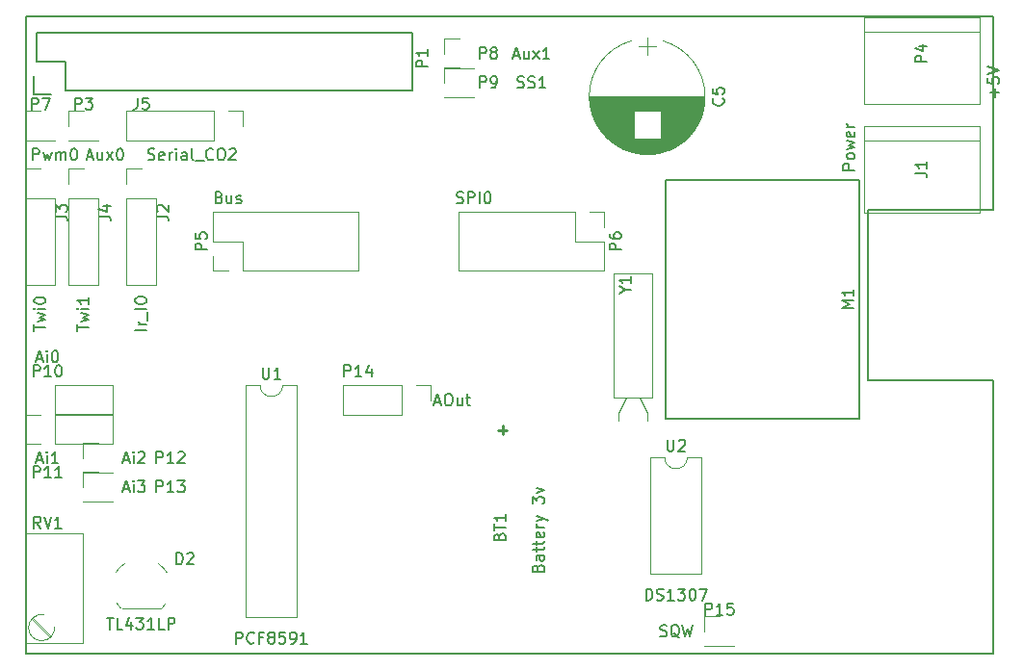
<source format=gbr>
%TF.GenerationSoftware,KiCad,Pcbnew,4.0.7*%
%TF.CreationDate,2018-04-11T15:18:22+03:00*%
%TF.ProjectId,pi_adc_rtc_etc,70695F6164635F7274635F6574632E6B,rev?*%
%TF.FileFunction,Legend,Top*%
%FSLAX46Y46*%
G04 Gerber Fmt 4.6, Leading zero omitted, Abs format (unit mm)*
G04 Created by KiCad (PCBNEW 4.0.7) date 04/11/18 15:18:22*
%MOMM*%
%LPD*%
G01*
G04 APERTURE LIST*
%ADD10C,0.150000*%
%ADD11C,0.250000*%
%ADD12C,0.120000*%
G04 APERTURE END LIST*
D10*
D11*
X41539048Y19638571D02*
X42300953Y19638571D01*
X41920001Y19257619D02*
X41920001Y20019524D01*
D10*
X85000000Y39000000D02*
X85000000Y56000000D01*
X74000000Y39000000D02*
X85000000Y39000000D01*
X74000000Y24000000D02*
X74000000Y39000000D01*
X85000000Y24000000D02*
X74000000Y24000000D01*
X85000000Y0D02*
X85000000Y24000000D01*
X85000000Y56000000D02*
X0Y56000000D01*
X0Y0D02*
X85000000Y0D01*
X0Y56000000D02*
X0Y0D01*
X985360Y54530860D02*
X34005360Y54530860D01*
X3525360Y49450860D02*
X34005360Y49450860D01*
X34005360Y54530860D02*
X34005360Y49450860D01*
X985360Y54530860D02*
X985360Y51990860D01*
X705360Y50720860D02*
X705360Y49170860D01*
X985360Y51990860D02*
X3525360Y51990860D01*
X3525360Y51990860D02*
X3525360Y49450860D01*
X705360Y49170860D02*
X2255360Y49170860D01*
D12*
X8470000Y3940000D02*
X11870000Y3940000D01*
X8719857Y7889913D02*
G75*
G03X7920000Y7090000I1250143J-2049913D01*
G01*
X11620143Y7889913D02*
G75*
G02X12420000Y7090000I-1250143J-2049913D01*
G01*
X8031377Y4365632D02*
G75*
G03X8370000Y3940000I2038623J1274368D01*
G01*
X12308623Y4365632D02*
G75*
G02X11970000Y3940000I-2038623J1274368D01*
G01*
X73670000Y45110000D02*
X83830000Y45110000D01*
X73670000Y46380000D02*
X73670000Y38760000D01*
X73670000Y38760000D02*
X83830000Y38760000D01*
X83830000Y38760000D02*
X83830000Y46380000D01*
X83830000Y46380000D02*
X73670000Y46380000D01*
X8840000Y32350000D02*
X11500000Y32350000D01*
X8840000Y40030000D02*
X8840000Y32350000D01*
X11500000Y40030000D02*
X11500000Y32350000D01*
X8840000Y40030000D02*
X11500000Y40030000D01*
X8840000Y41300000D02*
X8840000Y42630000D01*
X8840000Y42630000D02*
X10170000Y42630000D01*
X-50000Y32350000D02*
X2610000Y32350000D01*
X-50000Y40030000D02*
X-50000Y32350000D01*
X2610000Y40030000D02*
X2610000Y32350000D01*
X-50000Y40030000D02*
X2610000Y40030000D01*
X-50000Y41300000D02*
X-50000Y42630000D01*
X-50000Y42630000D02*
X1280000Y42630000D01*
X3760000Y32350000D02*
X6420000Y32350000D01*
X3760000Y40030000D02*
X3760000Y32350000D01*
X6420000Y40030000D02*
X6420000Y32350000D01*
X3760000Y40030000D02*
X6420000Y40030000D01*
X3760000Y41300000D02*
X3760000Y42630000D01*
X3760000Y42630000D02*
X5090000Y42630000D01*
X8840000Y47710000D02*
X8840000Y45050000D01*
X16520000Y47710000D02*
X8840000Y47710000D01*
X16520000Y45050000D02*
X8840000Y45050000D01*
X16520000Y47710000D02*
X16520000Y45050000D01*
X17790000Y47710000D02*
X19120000Y47710000D01*
X19120000Y47710000D02*
X19120000Y46380000D01*
D10*
X56280000Y41640000D02*
X73280000Y41640000D01*
X73280000Y41640000D02*
X73280000Y20640000D01*
X73280000Y20640000D02*
X56280000Y20640000D01*
X56280000Y20640000D02*
X56280000Y41640000D01*
D12*
X3760000Y45050000D02*
X6420000Y45050000D01*
X3760000Y45110000D02*
X3760000Y45050000D01*
X6420000Y45110000D02*
X6420000Y45050000D01*
X3760000Y45110000D02*
X6420000Y45110000D01*
X3760000Y46380000D02*
X3760000Y47710000D01*
X3760000Y47710000D02*
X5090000Y47710000D01*
X73670000Y54635000D02*
X83830000Y54635000D01*
X73670000Y55905000D02*
X73670000Y48285000D01*
X73670000Y48285000D02*
X83830000Y48285000D01*
X83830000Y48285000D02*
X83830000Y55905000D01*
X83830000Y55905000D02*
X73670000Y55905000D01*
X29280000Y33620000D02*
X29280000Y38820000D01*
X19060000Y33620000D02*
X29280000Y33620000D01*
X16460000Y38820000D02*
X29280000Y38820000D01*
X19060000Y33620000D02*
X19060000Y36220000D01*
X19060000Y36220000D02*
X16460000Y36220000D01*
X16460000Y36220000D02*
X16460000Y38820000D01*
X17790000Y33620000D02*
X16460000Y33620000D01*
X16460000Y33620000D02*
X16460000Y34950000D01*
X38050000Y38820000D02*
X38050000Y33620000D01*
X48270000Y38820000D02*
X38050000Y38820000D01*
X50870000Y33620000D02*
X38050000Y33620000D01*
X48270000Y38820000D02*
X48270000Y36220000D01*
X48270000Y36220000D02*
X50870000Y36220000D01*
X50870000Y36220000D02*
X50870000Y33620000D01*
X49540000Y38820000D02*
X50870000Y38820000D01*
X50870000Y38820000D02*
X50870000Y37490000D01*
X-50000Y45050000D02*
X2610000Y45050000D01*
X-50000Y45110000D02*
X-50000Y45050000D01*
X2610000Y45110000D02*
X2610000Y45050000D01*
X-50000Y45110000D02*
X2610000Y45110000D01*
X-50000Y46380000D02*
X-50000Y47710000D01*
X-50000Y47710000D02*
X1280000Y47710000D01*
X36780000Y51400000D02*
X39440000Y51400000D01*
X36780000Y51460000D02*
X36780000Y51400000D01*
X39440000Y51460000D02*
X39440000Y51400000D01*
X36780000Y51460000D02*
X39440000Y51460000D01*
X36780000Y52730000D02*
X36780000Y54060000D01*
X36780000Y54060000D02*
X38110000Y54060000D01*
X36780000Y48860000D02*
X39440000Y48860000D01*
X36780000Y48920000D02*
X36780000Y48860000D01*
X39440000Y48920000D02*
X39440000Y48860000D01*
X36780000Y48920000D02*
X39440000Y48920000D01*
X36780000Y50190000D02*
X36780000Y51520000D01*
X36780000Y51520000D02*
X38110000Y51520000D01*
X7690000Y20920000D02*
X7690000Y23580000D01*
X2550000Y20920000D02*
X7690000Y20920000D01*
X2550000Y23580000D02*
X7690000Y23580000D01*
X2550000Y20920000D02*
X2550000Y23580000D01*
X1280000Y20920000D02*
X-50000Y20920000D01*
X-50000Y20920000D02*
X-50000Y22250000D01*
X7690000Y18380000D02*
X7690000Y21040000D01*
X2550000Y18380000D02*
X7690000Y18380000D01*
X2550000Y21040000D02*
X7690000Y21040000D01*
X2550000Y18380000D02*
X2550000Y21040000D01*
X1280000Y18380000D02*
X-50000Y18380000D01*
X-50000Y18380000D02*
X-50000Y19710000D01*
X5030000Y15840000D02*
X7690000Y15840000D01*
X5030000Y15900000D02*
X5030000Y15840000D01*
X7690000Y15900000D02*
X7690000Y15840000D01*
X5030000Y15900000D02*
X7690000Y15900000D01*
X5030000Y17170000D02*
X5030000Y18500000D01*
X5030000Y18500000D02*
X6360000Y18500000D01*
X5030000Y13300000D02*
X7690000Y13300000D01*
X5030000Y13360000D02*
X5030000Y13300000D01*
X7690000Y13360000D02*
X7690000Y13300000D01*
X5030000Y13360000D02*
X7690000Y13360000D01*
X5030000Y14630000D02*
X5030000Y15960000D01*
X5030000Y15960000D02*
X6360000Y15960000D01*
X27890000Y23580000D02*
X27890000Y20920000D01*
X33030000Y23580000D02*
X27890000Y23580000D01*
X33030000Y20920000D02*
X27890000Y20920000D01*
X33030000Y23580000D02*
X33030000Y20920000D01*
X34300000Y23580000D02*
X35630000Y23580000D01*
X35630000Y23580000D02*
X35630000Y22250000D01*
X59640000Y600000D02*
X62300000Y600000D01*
X59640000Y660000D02*
X59640000Y600000D01*
X62300000Y660000D02*
X62300000Y600000D01*
X59640000Y660000D02*
X62300000Y660000D01*
X59640000Y1930000D02*
X59640000Y3260000D01*
X59640000Y3260000D02*
X60970000Y3260000D01*
X2554296Y2285309D02*
G75*
G02X245000Y2245000I-1154296J-40309D01*
G01*
X245948Y2224879D02*
G75*
G02X1640000Y3374000I1154052J20121D01*
G01*
X5020000Y10565000D02*
X5020000Y915000D01*
X69000Y10565000D02*
X69000Y915000D01*
X5020000Y10565000D02*
X69000Y10565000D01*
X5020000Y915000D02*
X69000Y915000D01*
X2134000Y1369000D02*
X524000Y2980000D01*
X2275000Y1509000D02*
X665000Y3121000D01*
X22600000Y23580000D02*
G75*
G02X20600000Y23580000I-1000000J0D01*
G01*
X20600000Y23580000D02*
X19350000Y23580000D01*
X19350000Y23580000D02*
X19350000Y3140000D01*
X19350000Y3140000D02*
X23850000Y3140000D01*
X23850000Y3140000D02*
X23850000Y23580000D01*
X23850000Y23580000D02*
X22600000Y23580000D01*
X58160000Y17230000D02*
G75*
G02X56160000Y17230000I-1000000J0D01*
G01*
X56160000Y17230000D02*
X54910000Y17230000D01*
X54910000Y17230000D02*
X54910000Y6950000D01*
X54910000Y6950000D02*
X59410000Y6950000D01*
X59410000Y6950000D02*
X59410000Y17230000D01*
X59410000Y17230000D02*
X58160000Y17230000D01*
X55050000Y22510000D02*
X55050000Y33410000D01*
X55050000Y33410000D02*
X51650000Y33410000D01*
X51650000Y33410000D02*
X51650000Y22510000D01*
X51650000Y22510000D02*
X55050000Y22510000D01*
X53950000Y22510000D02*
X54620000Y21110000D01*
X54620000Y21110000D02*
X54620000Y20410000D01*
X52750000Y22510000D02*
X52080000Y21110000D01*
X52080000Y21110000D02*
X52080000Y20410000D01*
X56003264Y44061563D02*
G75*
G03X56000000Y53859357I-1383264J4898437D01*
G01*
X53236736Y44061563D02*
G75*
G02X53240000Y53859357I1383264J4898437D01*
G01*
X53236736Y44061563D02*
G75*
G03X56000000Y44060643I1383264J4898437D01*
G01*
X59670000Y48960000D02*
X49570000Y48960000D01*
X59670000Y48920000D02*
X49570000Y48920000D01*
X59670000Y48880000D02*
X49570000Y48880000D01*
X59669000Y48840000D02*
X49571000Y48840000D01*
X59668000Y48800000D02*
X49572000Y48800000D01*
X59667000Y48760000D02*
X49573000Y48760000D01*
X59665000Y48720000D02*
X49575000Y48720000D01*
X59663000Y48680000D02*
X49577000Y48680000D01*
X59660000Y48640000D02*
X49580000Y48640000D01*
X59658000Y48600000D02*
X49582000Y48600000D01*
X59655000Y48560000D02*
X49585000Y48560000D01*
X59651000Y48520000D02*
X49589000Y48520000D01*
X59648000Y48480000D02*
X49592000Y48480000D01*
X59644000Y48440000D02*
X49596000Y48440000D01*
X59640000Y48400000D02*
X49600000Y48400000D01*
X59635000Y48360000D02*
X49605000Y48360000D01*
X59630000Y48320000D02*
X49610000Y48320000D01*
X59625000Y48280000D02*
X49615000Y48280000D01*
X59619000Y48239000D02*
X49621000Y48239000D01*
X59613000Y48199000D02*
X49627000Y48199000D01*
X59607000Y48159000D02*
X49633000Y48159000D01*
X59601000Y48119000D02*
X49639000Y48119000D01*
X59594000Y48079000D02*
X49646000Y48079000D01*
X59587000Y48039000D02*
X49653000Y48039000D01*
X59579000Y47999000D02*
X49661000Y47999000D01*
X59571000Y47959000D02*
X49669000Y47959000D01*
X59563000Y47919000D02*
X49677000Y47919000D01*
X59555000Y47879000D02*
X49685000Y47879000D01*
X59546000Y47839000D02*
X49694000Y47839000D01*
X59537000Y47799000D02*
X49703000Y47799000D01*
X59527000Y47759000D02*
X49713000Y47759000D01*
X59517000Y47719000D02*
X49723000Y47719000D01*
X59507000Y47679000D02*
X49733000Y47679000D01*
X59496000Y47639000D02*
X55801000Y47639000D01*
X53439000Y47639000D02*
X49744000Y47639000D01*
X59485000Y47599000D02*
X55801000Y47599000D01*
X53439000Y47599000D02*
X49755000Y47599000D01*
X59474000Y47559000D02*
X55801000Y47559000D01*
X53439000Y47559000D02*
X49766000Y47559000D01*
X59463000Y47519000D02*
X55801000Y47519000D01*
X53439000Y47519000D02*
X49777000Y47519000D01*
X59451000Y47479000D02*
X55801000Y47479000D01*
X53439000Y47479000D02*
X49789000Y47479000D01*
X59438000Y47439000D02*
X55801000Y47439000D01*
X53439000Y47439000D02*
X49802000Y47439000D01*
X59426000Y47399000D02*
X55801000Y47399000D01*
X53439000Y47399000D02*
X49814000Y47399000D01*
X59412000Y47359000D02*
X55801000Y47359000D01*
X53439000Y47359000D02*
X49828000Y47359000D01*
X59399000Y47319000D02*
X55801000Y47319000D01*
X53439000Y47319000D02*
X49841000Y47319000D01*
X59385000Y47279000D02*
X55801000Y47279000D01*
X53439000Y47279000D02*
X49855000Y47279000D01*
X59371000Y47239000D02*
X55801000Y47239000D01*
X53439000Y47239000D02*
X49869000Y47239000D01*
X59357000Y47199000D02*
X55801000Y47199000D01*
X53439000Y47199000D02*
X49883000Y47199000D01*
X59342000Y47159000D02*
X55801000Y47159000D01*
X53439000Y47159000D02*
X49898000Y47159000D01*
X59326000Y47119000D02*
X55801000Y47119000D01*
X53439000Y47119000D02*
X49914000Y47119000D01*
X59311000Y47079000D02*
X55801000Y47079000D01*
X53439000Y47079000D02*
X49929000Y47079000D01*
X59294000Y47039000D02*
X55801000Y47039000D01*
X53439000Y47039000D02*
X49946000Y47039000D01*
X59278000Y46999000D02*
X55801000Y46999000D01*
X53439000Y46999000D02*
X49962000Y46999000D01*
X59261000Y46959000D02*
X55801000Y46959000D01*
X53439000Y46959000D02*
X49979000Y46959000D01*
X59244000Y46919000D02*
X55801000Y46919000D01*
X53439000Y46919000D02*
X49996000Y46919000D01*
X59226000Y46879000D02*
X55801000Y46879000D01*
X53439000Y46879000D02*
X50014000Y46879000D01*
X59208000Y46839000D02*
X55801000Y46839000D01*
X53439000Y46839000D02*
X50032000Y46839000D01*
X59189000Y46799000D02*
X55801000Y46799000D01*
X53439000Y46799000D02*
X50051000Y46799000D01*
X59170000Y46759000D02*
X55801000Y46759000D01*
X53439000Y46759000D02*
X50070000Y46759000D01*
X59151000Y46719000D02*
X55801000Y46719000D01*
X53439000Y46719000D02*
X50089000Y46719000D01*
X59131000Y46679000D02*
X55801000Y46679000D01*
X53439000Y46679000D02*
X50109000Y46679000D01*
X59111000Y46639000D02*
X55801000Y46639000D01*
X53439000Y46639000D02*
X50129000Y46639000D01*
X59090000Y46599000D02*
X55801000Y46599000D01*
X53439000Y46599000D02*
X50150000Y46599000D01*
X59069000Y46559000D02*
X55801000Y46559000D01*
X53439000Y46559000D02*
X50171000Y46559000D01*
X59048000Y46519000D02*
X55801000Y46519000D01*
X53439000Y46519000D02*
X50192000Y46519000D01*
X59025000Y46479000D02*
X55801000Y46479000D01*
X53439000Y46479000D02*
X50215000Y46479000D01*
X59003000Y46439000D02*
X55801000Y46439000D01*
X53439000Y46439000D02*
X50237000Y46439000D01*
X58980000Y46399000D02*
X55801000Y46399000D01*
X53439000Y46399000D02*
X50260000Y46399000D01*
X58956000Y46359000D02*
X55801000Y46359000D01*
X53439000Y46359000D02*
X50284000Y46359000D01*
X58932000Y46319000D02*
X55801000Y46319000D01*
X53439000Y46319000D02*
X50308000Y46319000D01*
X58908000Y46279000D02*
X55801000Y46279000D01*
X53439000Y46279000D02*
X50332000Y46279000D01*
X58883000Y46239000D02*
X55801000Y46239000D01*
X53439000Y46239000D02*
X50357000Y46239000D01*
X58857000Y46199000D02*
X55801000Y46199000D01*
X53439000Y46199000D02*
X50383000Y46199000D01*
X58831000Y46159000D02*
X55801000Y46159000D01*
X53439000Y46159000D02*
X50409000Y46159000D01*
X58805000Y46119000D02*
X55801000Y46119000D01*
X53439000Y46119000D02*
X50435000Y46119000D01*
X58777000Y46079000D02*
X55801000Y46079000D01*
X53439000Y46079000D02*
X50463000Y46079000D01*
X58750000Y46039000D02*
X55801000Y46039000D01*
X53439000Y46039000D02*
X50490000Y46039000D01*
X58721000Y45999000D02*
X55801000Y45999000D01*
X53439000Y45999000D02*
X50519000Y45999000D01*
X58692000Y45959000D02*
X55801000Y45959000D01*
X53439000Y45959000D02*
X50548000Y45959000D01*
X58663000Y45919000D02*
X55801000Y45919000D01*
X53439000Y45919000D02*
X50577000Y45919000D01*
X58633000Y45879000D02*
X55801000Y45879000D01*
X53439000Y45879000D02*
X50607000Y45879000D01*
X58602000Y45839000D02*
X55801000Y45839000D01*
X53439000Y45839000D02*
X50638000Y45839000D01*
X58571000Y45799000D02*
X55801000Y45799000D01*
X53439000Y45799000D02*
X50669000Y45799000D01*
X58539000Y45759000D02*
X55801000Y45759000D01*
X53439000Y45759000D02*
X50701000Y45759000D01*
X58506000Y45719000D02*
X55801000Y45719000D01*
X53439000Y45719000D02*
X50734000Y45719000D01*
X58473000Y45679000D02*
X55801000Y45679000D01*
X53439000Y45679000D02*
X50767000Y45679000D01*
X58439000Y45639000D02*
X55801000Y45639000D01*
X53439000Y45639000D02*
X50801000Y45639000D01*
X58404000Y45599000D02*
X55801000Y45599000D01*
X53439000Y45599000D02*
X50836000Y45599000D01*
X58368000Y45559000D02*
X55801000Y45559000D01*
X53439000Y45559000D02*
X50872000Y45559000D01*
X58332000Y45519000D02*
X55801000Y45519000D01*
X53439000Y45519000D02*
X50908000Y45519000D01*
X58295000Y45479000D02*
X55801000Y45479000D01*
X53439000Y45479000D02*
X50945000Y45479000D01*
X58257000Y45439000D02*
X55801000Y45439000D01*
X53439000Y45439000D02*
X50983000Y45439000D01*
X58218000Y45399000D02*
X55801000Y45399000D01*
X53439000Y45399000D02*
X51022000Y45399000D01*
X58179000Y45359000D02*
X55801000Y45359000D01*
X53439000Y45359000D02*
X51061000Y45359000D01*
X58138000Y45319000D02*
X55801000Y45319000D01*
X53439000Y45319000D02*
X51102000Y45319000D01*
X58097000Y45279000D02*
X51143000Y45279000D01*
X58055000Y45239000D02*
X51185000Y45239000D01*
X58011000Y45199000D02*
X51229000Y45199000D01*
X57967000Y45159000D02*
X51273000Y45159000D01*
X57922000Y45119000D02*
X51318000Y45119000D01*
X57875000Y45079000D02*
X51365000Y45079000D01*
X57827000Y45039000D02*
X51413000Y45039000D01*
X57778000Y44999000D02*
X51462000Y44999000D01*
X57728000Y44959000D02*
X51512000Y44959000D01*
X57677000Y44919000D02*
X51563000Y44919000D01*
X57624000Y44879000D02*
X51616000Y44879000D01*
X57569000Y44839000D02*
X51671000Y44839000D01*
X57514000Y44799000D02*
X51726000Y44799000D01*
X57456000Y44759000D02*
X51784000Y44759000D01*
X57397000Y44719000D02*
X51843000Y44719000D01*
X57335000Y44679000D02*
X51905000Y44679000D01*
X57272000Y44639000D02*
X51968000Y44639000D01*
X57207000Y44599000D02*
X52033000Y44599000D01*
X57139000Y44559000D02*
X52101000Y44559000D01*
X57069000Y44519000D02*
X52171000Y44519000D01*
X56997000Y44479000D02*
X52243000Y44479000D01*
X56921000Y44439000D02*
X52319000Y44439000D01*
X56842000Y44399000D02*
X52398000Y44399000D01*
X56760000Y44359000D02*
X52480000Y44359000D01*
X56673000Y44319000D02*
X52567000Y44319000D01*
X56582000Y44279000D02*
X52658000Y44279000D01*
X56486000Y44239000D02*
X52754000Y44239000D01*
X56383000Y44199000D02*
X52857000Y44199000D01*
X56274000Y44159000D02*
X52966000Y44159000D01*
X56156000Y44119000D02*
X53084000Y44119000D01*
X56027000Y44079000D02*
X53213000Y44079000D01*
X55885000Y44039000D02*
X53355000Y44039000D01*
X55724000Y43999000D02*
X53516000Y43999000D01*
X55533000Y43959000D02*
X53707000Y43959000D01*
X55292000Y43919000D02*
X53948000Y43919000D01*
X54899000Y43879000D02*
X54341000Y43879000D01*
X54620000Y54160000D02*
X54620000Y52660000D01*
X55370000Y53410000D02*
X53870000Y53410000D01*
D10*
X35321341Y51570265D02*
X34321341Y51570265D01*
X34321341Y51951218D01*
X34368960Y52046456D01*
X34416579Y52094075D01*
X34511817Y52141694D01*
X34654674Y52141694D01*
X34749912Y52094075D01*
X34797531Y52046456D01*
X34845150Y51951218D01*
X34845150Y51570265D01*
X35321341Y53094075D02*
X35321341Y52522646D01*
X35321341Y52808360D02*
X34321341Y52808360D01*
X34464198Y52713122D01*
X34559436Y52617884D01*
X34607055Y52522646D01*
X41645371Y10262886D02*
X41692990Y10405743D01*
X41740610Y10453362D01*
X41835848Y10500981D01*
X41978705Y10500981D01*
X42073943Y10453362D01*
X42121562Y10405743D01*
X42169181Y10310505D01*
X42169181Y9929552D01*
X41169181Y9929552D01*
X41169181Y10262886D01*
X41216800Y10358124D01*
X41264419Y10405743D01*
X41359657Y10453362D01*
X41454895Y10453362D01*
X41550133Y10405743D01*
X41597752Y10358124D01*
X41645371Y10262886D01*
X41645371Y9929552D01*
X41169181Y10786695D02*
X41169181Y11358124D01*
X42169181Y11072409D02*
X41169181Y11072409D01*
X42169181Y12215267D02*
X42169181Y11643838D01*
X42169181Y11929552D02*
X41169181Y11929552D01*
X41312038Y11834314D01*
X41407276Y11739076D01*
X41454895Y11643838D01*
X45023571Y7510476D02*
X45071190Y7653333D01*
X45118810Y7700952D01*
X45214048Y7748571D01*
X45356905Y7748571D01*
X45452143Y7700952D01*
X45499762Y7653333D01*
X45547381Y7558095D01*
X45547381Y7177142D01*
X44547381Y7177142D01*
X44547381Y7510476D01*
X44595000Y7605714D01*
X44642619Y7653333D01*
X44737857Y7700952D01*
X44833095Y7700952D01*
X44928333Y7653333D01*
X44975952Y7605714D01*
X45023571Y7510476D01*
X45023571Y7177142D01*
X45547381Y8605714D02*
X45023571Y8605714D01*
X44928333Y8558095D01*
X44880714Y8462857D01*
X44880714Y8272380D01*
X44928333Y8177142D01*
X45499762Y8605714D02*
X45547381Y8510476D01*
X45547381Y8272380D01*
X45499762Y8177142D01*
X45404524Y8129523D01*
X45309286Y8129523D01*
X45214048Y8177142D01*
X45166429Y8272380D01*
X45166429Y8510476D01*
X45118810Y8605714D01*
X44880714Y8939047D02*
X44880714Y9319999D01*
X44547381Y9081904D02*
X45404524Y9081904D01*
X45499762Y9129523D01*
X45547381Y9224761D01*
X45547381Y9319999D01*
X44880714Y9510476D02*
X44880714Y9891428D01*
X44547381Y9653333D02*
X45404524Y9653333D01*
X45499762Y9700952D01*
X45547381Y9796190D01*
X45547381Y9891428D01*
X45499762Y10605715D02*
X45547381Y10510477D01*
X45547381Y10320000D01*
X45499762Y10224762D01*
X45404524Y10177143D01*
X45023571Y10177143D01*
X44928333Y10224762D01*
X44880714Y10320000D01*
X44880714Y10510477D01*
X44928333Y10605715D01*
X45023571Y10653334D01*
X45118810Y10653334D01*
X45214048Y10177143D01*
X45547381Y11081905D02*
X44880714Y11081905D01*
X45071190Y11081905D02*
X44975952Y11129524D01*
X44928333Y11177143D01*
X44880714Y11272381D01*
X44880714Y11367620D01*
X44880714Y11605715D02*
X45547381Y11843810D01*
X44880714Y12081906D02*
X45547381Y11843810D01*
X45785476Y11748572D01*
X45833095Y11700953D01*
X45880714Y11605715D01*
X44547381Y13129525D02*
X44547381Y13748573D01*
X44928333Y13415239D01*
X44928333Y13558097D01*
X44975952Y13653335D01*
X45023571Y13700954D01*
X45118810Y13748573D01*
X45356905Y13748573D01*
X45452143Y13700954D01*
X45499762Y13653335D01*
X45547381Y13558097D01*
X45547381Y13272382D01*
X45499762Y13177144D01*
X45452143Y13129525D01*
X44880714Y14081906D02*
X45547381Y14320001D01*
X44880714Y14558097D01*
X13241905Y7827619D02*
X13241905Y8827619D01*
X13480000Y8827619D01*
X13622858Y8780000D01*
X13718096Y8684762D01*
X13765715Y8589524D01*
X13813334Y8399048D01*
X13813334Y8256190D01*
X13765715Y8065714D01*
X13718096Y7970476D01*
X13622858Y7875238D01*
X13480000Y7827619D01*
X13241905Y7827619D01*
X14194286Y8732381D02*
X14241905Y8780000D01*
X14337143Y8827619D01*
X14575239Y8827619D01*
X14670477Y8780000D01*
X14718096Y8732381D01*
X14765715Y8637143D01*
X14765715Y8541905D01*
X14718096Y8399048D01*
X14146667Y7827619D01*
X14765715Y7827619D01*
X7146190Y3112619D02*
X7717619Y3112619D01*
X7431904Y2112619D02*
X7431904Y3112619D01*
X8527143Y2112619D02*
X8050952Y2112619D01*
X8050952Y3112619D01*
X9289048Y2779286D02*
X9289048Y2112619D01*
X9050952Y3160238D02*
X8812857Y2445952D01*
X9431905Y2445952D01*
X9717619Y3112619D02*
X10336667Y3112619D01*
X10003333Y2731667D01*
X10146191Y2731667D01*
X10241429Y2684048D01*
X10289048Y2636429D01*
X10336667Y2541190D01*
X10336667Y2303095D01*
X10289048Y2207857D01*
X10241429Y2160238D01*
X10146191Y2112619D01*
X9860476Y2112619D01*
X9765238Y2160238D01*
X9717619Y2207857D01*
X11289048Y2112619D02*
X10717619Y2112619D01*
X11003333Y2112619D02*
X11003333Y3112619D01*
X10908095Y2969762D01*
X10812857Y2874524D01*
X10717619Y2826905D01*
X12193810Y2112619D02*
X11717619Y2112619D01*
X11717619Y3112619D01*
X12527143Y2112619D02*
X12527143Y3112619D01*
X12908096Y3112619D01*
X13003334Y3065000D01*
X13050953Y3017381D01*
X13098572Y2922143D01*
X13098572Y2779286D01*
X13050953Y2684048D01*
X13003334Y2636429D01*
X12908096Y2588810D01*
X12527143Y2588810D01*
X78202381Y42236667D02*
X78916667Y42236667D01*
X79059524Y42189047D01*
X79154762Y42093809D01*
X79202381Y41950952D01*
X79202381Y41855714D01*
X79202381Y43236667D02*
X79202381Y42665238D01*
X79202381Y42950952D02*
X78202381Y42950952D01*
X78345238Y42855714D01*
X78440476Y42760476D01*
X78488095Y42665238D01*
X72852381Y42498809D02*
X71852381Y42498809D01*
X71852381Y42879762D01*
X71900000Y42975000D01*
X71947619Y43022619D01*
X72042857Y43070238D01*
X72185714Y43070238D01*
X72280952Y43022619D01*
X72328571Y42975000D01*
X72376190Y42879762D01*
X72376190Y42498809D01*
X72852381Y43641666D02*
X72804762Y43546428D01*
X72757143Y43498809D01*
X72661905Y43451190D01*
X72376190Y43451190D01*
X72280952Y43498809D01*
X72233333Y43546428D01*
X72185714Y43641666D01*
X72185714Y43784524D01*
X72233333Y43879762D01*
X72280952Y43927381D01*
X72376190Y43975000D01*
X72661905Y43975000D01*
X72757143Y43927381D01*
X72804762Y43879762D01*
X72852381Y43784524D01*
X72852381Y43641666D01*
X72185714Y44308333D02*
X72852381Y44498809D01*
X72376190Y44689286D01*
X72852381Y44879762D01*
X72185714Y45070238D01*
X72804762Y45832143D02*
X72852381Y45736905D01*
X72852381Y45546428D01*
X72804762Y45451190D01*
X72709524Y45403571D01*
X72328571Y45403571D01*
X72233333Y45451190D01*
X72185714Y45546428D01*
X72185714Y45736905D01*
X72233333Y45832143D01*
X72328571Y45879762D01*
X72423810Y45879762D01*
X72519048Y45403571D01*
X72852381Y46308333D02*
X72185714Y46308333D01*
X72376190Y46308333D02*
X72280952Y46355952D01*
X72233333Y46403571D01*
X72185714Y46498809D01*
X72185714Y46594048D01*
X11527381Y38426667D02*
X12241667Y38426667D01*
X12384524Y38379047D01*
X12479762Y38283809D01*
X12527381Y38140952D01*
X12527381Y38045714D01*
X11622619Y38855238D02*
X11575000Y38902857D01*
X11527381Y38998095D01*
X11527381Y39236191D01*
X11575000Y39331429D01*
X11622619Y39379048D01*
X11717857Y39426667D01*
X11813095Y39426667D01*
X11955952Y39379048D01*
X12527381Y38807619D01*
X12527381Y39426667D01*
X10622381Y28417619D02*
X9622381Y28417619D01*
X10622381Y28893809D02*
X9955714Y28893809D01*
X10146190Y28893809D02*
X10050952Y28941428D01*
X10003333Y28989047D01*
X9955714Y29084285D01*
X9955714Y29179524D01*
X10717619Y29274762D02*
X10717619Y30036667D01*
X10622381Y30274762D02*
X9622381Y30274762D01*
X9622381Y30941428D02*
X9622381Y31131905D01*
X9670000Y31227143D01*
X9765238Y31322381D01*
X9955714Y31370000D01*
X10289048Y31370000D01*
X10479524Y31322381D01*
X10574762Y31227143D01*
X10622381Y31131905D01*
X10622381Y30941428D01*
X10574762Y30846190D01*
X10479524Y30750952D01*
X10289048Y30703333D01*
X9955714Y30703333D01*
X9765238Y30750952D01*
X9670000Y30846190D01*
X9622381Y30941428D01*
X2637381Y38426667D02*
X3351667Y38426667D01*
X3494524Y38379047D01*
X3589762Y38283809D01*
X3637381Y38140952D01*
X3637381Y38045714D01*
X2637381Y38807619D02*
X2637381Y39426667D01*
X3018333Y39093333D01*
X3018333Y39236191D01*
X3065952Y39331429D01*
X3113571Y39379048D01*
X3208810Y39426667D01*
X3446905Y39426667D01*
X3542143Y39379048D01*
X3589762Y39331429D01*
X3637381Y39236191D01*
X3637381Y38950476D01*
X3589762Y38855238D01*
X3542143Y38807619D01*
X732381Y28346191D02*
X732381Y28917620D01*
X1732381Y28631905D02*
X732381Y28631905D01*
X1065714Y29155715D02*
X1732381Y29346191D01*
X1256190Y29536668D01*
X1732381Y29727144D01*
X1065714Y29917620D01*
X1732381Y30298572D02*
X1065714Y30298572D01*
X732381Y30298572D02*
X780000Y30250953D01*
X827619Y30298572D01*
X780000Y30346191D01*
X732381Y30298572D01*
X827619Y30298572D01*
X732381Y30965238D02*
X732381Y31060477D01*
X780000Y31155715D01*
X827619Y31203334D01*
X922857Y31250953D01*
X1113333Y31298572D01*
X1351429Y31298572D01*
X1541905Y31250953D01*
X1637143Y31203334D01*
X1684762Y31155715D01*
X1732381Y31060477D01*
X1732381Y30965238D01*
X1684762Y30870000D01*
X1637143Y30822381D01*
X1541905Y30774762D01*
X1351429Y30727143D01*
X1113333Y30727143D01*
X922857Y30774762D01*
X827619Y30822381D01*
X780000Y30870000D01*
X732381Y30965238D01*
X6447381Y38426667D02*
X7161667Y38426667D01*
X7304524Y38379047D01*
X7399762Y38283809D01*
X7447381Y38140952D01*
X7447381Y38045714D01*
X6780714Y39331429D02*
X7447381Y39331429D01*
X6399762Y39093333D02*
X7114048Y38855238D01*
X7114048Y39474286D01*
X4542381Y28346191D02*
X4542381Y28917620D01*
X5542381Y28631905D02*
X4542381Y28631905D01*
X4875714Y29155715D02*
X5542381Y29346191D01*
X5066190Y29536668D01*
X5542381Y29727144D01*
X4875714Y29917620D01*
X5542381Y30298572D02*
X4875714Y30298572D01*
X4542381Y30298572D02*
X4590000Y30250953D01*
X4637619Y30298572D01*
X4590000Y30346191D01*
X4542381Y30298572D01*
X4637619Y30298572D01*
X5542381Y31298572D02*
X5542381Y30727143D01*
X5542381Y31012857D02*
X4542381Y31012857D01*
X4685238Y30917619D01*
X4780476Y30822381D01*
X4828095Y30727143D01*
X9836667Y48832619D02*
X9836667Y48118333D01*
X9789047Y47975476D01*
X9693809Y47880238D01*
X9550952Y47832619D01*
X9455714Y47832619D01*
X10789048Y48832619D02*
X10312857Y48832619D01*
X10265238Y48356429D01*
X10312857Y48404048D01*
X10408095Y48451667D01*
X10646191Y48451667D01*
X10741429Y48404048D01*
X10789048Y48356429D01*
X10836667Y48261190D01*
X10836667Y48023095D01*
X10789048Y47927857D01*
X10741429Y47880238D01*
X10646191Y47832619D01*
X10408095Y47832619D01*
X10312857Y47880238D01*
X10265238Y47927857D01*
X10757857Y43435238D02*
X10900714Y43387619D01*
X11138810Y43387619D01*
X11234048Y43435238D01*
X11281667Y43482857D01*
X11329286Y43578095D01*
X11329286Y43673333D01*
X11281667Y43768571D01*
X11234048Y43816190D01*
X11138810Y43863810D01*
X10948333Y43911429D01*
X10853095Y43959048D01*
X10805476Y44006667D01*
X10757857Y44101905D01*
X10757857Y44197143D01*
X10805476Y44292381D01*
X10853095Y44340000D01*
X10948333Y44387619D01*
X11186429Y44387619D01*
X11329286Y44340000D01*
X12138810Y43435238D02*
X12043572Y43387619D01*
X11853095Y43387619D01*
X11757857Y43435238D01*
X11710238Y43530476D01*
X11710238Y43911429D01*
X11757857Y44006667D01*
X11853095Y44054286D01*
X12043572Y44054286D01*
X12138810Y44006667D01*
X12186429Y43911429D01*
X12186429Y43816190D01*
X11710238Y43720952D01*
X12615000Y43387619D02*
X12615000Y44054286D01*
X12615000Y43863810D02*
X12662619Y43959048D01*
X12710238Y44006667D01*
X12805476Y44054286D01*
X12900715Y44054286D01*
X13234048Y43387619D02*
X13234048Y44054286D01*
X13234048Y44387619D02*
X13186429Y44340000D01*
X13234048Y44292381D01*
X13281667Y44340000D01*
X13234048Y44387619D01*
X13234048Y44292381D01*
X14138810Y43387619D02*
X14138810Y43911429D01*
X14091191Y44006667D01*
X13995953Y44054286D01*
X13805476Y44054286D01*
X13710238Y44006667D01*
X14138810Y43435238D02*
X14043572Y43387619D01*
X13805476Y43387619D01*
X13710238Y43435238D01*
X13662619Y43530476D01*
X13662619Y43625714D01*
X13710238Y43720952D01*
X13805476Y43768571D01*
X14043572Y43768571D01*
X14138810Y43816190D01*
X14757857Y43387619D02*
X14662619Y43435238D01*
X14615000Y43530476D01*
X14615000Y44387619D01*
X14900715Y43292381D02*
X15662620Y43292381D01*
X16472144Y43482857D02*
X16424525Y43435238D01*
X16281668Y43387619D01*
X16186430Y43387619D01*
X16043572Y43435238D01*
X15948334Y43530476D01*
X15900715Y43625714D01*
X15853096Y43816190D01*
X15853096Y43959048D01*
X15900715Y44149524D01*
X15948334Y44244762D01*
X16043572Y44340000D01*
X16186430Y44387619D01*
X16281668Y44387619D01*
X16424525Y44340000D01*
X16472144Y44292381D01*
X17091191Y44387619D02*
X17281668Y44387619D01*
X17376906Y44340000D01*
X17472144Y44244762D01*
X17519763Y44054286D01*
X17519763Y43720952D01*
X17472144Y43530476D01*
X17376906Y43435238D01*
X17281668Y43387619D01*
X17091191Y43387619D01*
X16995953Y43435238D01*
X16900715Y43530476D01*
X16853096Y43720952D01*
X16853096Y44054286D01*
X16900715Y44244762D01*
X16995953Y44340000D01*
X17091191Y44387619D01*
X17900715Y44292381D02*
X17948334Y44340000D01*
X18043572Y44387619D01*
X18281668Y44387619D01*
X18376906Y44340000D01*
X18424525Y44292381D01*
X18472144Y44197143D01*
X18472144Y44101905D01*
X18424525Y43959048D01*
X17853096Y43387619D01*
X18472144Y43387619D01*
X72732381Y30330476D02*
X71732381Y30330476D01*
X72446667Y30663810D01*
X71732381Y30997143D01*
X72732381Y30997143D01*
X72732381Y31997143D02*
X72732381Y31425714D01*
X72732381Y31711428D02*
X71732381Y31711428D01*
X71875238Y31616190D01*
X71970476Y31520952D01*
X72018095Y31425714D01*
X4351905Y47832619D02*
X4351905Y48832619D01*
X4732858Y48832619D01*
X4828096Y48785000D01*
X4875715Y48737381D01*
X4923334Y48642143D01*
X4923334Y48499286D01*
X4875715Y48404048D01*
X4828096Y48356429D01*
X4732858Y48308810D01*
X4351905Y48308810D01*
X5256667Y48832619D02*
X5875715Y48832619D01*
X5542381Y48451667D01*
X5685239Y48451667D01*
X5780477Y48404048D01*
X5828096Y48356429D01*
X5875715Y48261190D01*
X5875715Y48023095D01*
X5828096Y47927857D01*
X5780477Y47880238D01*
X5685239Y47832619D01*
X5399524Y47832619D01*
X5304286Y47880238D01*
X5256667Y47927857D01*
X5423571Y43673333D02*
X5899762Y43673333D01*
X5328333Y43387619D02*
X5661666Y44387619D01*
X5995000Y43387619D01*
X6756905Y44054286D02*
X6756905Y43387619D01*
X6328333Y44054286D02*
X6328333Y43530476D01*
X6375952Y43435238D01*
X6471190Y43387619D01*
X6614048Y43387619D01*
X6709286Y43435238D01*
X6756905Y43482857D01*
X7137857Y43387619D02*
X7661667Y44054286D01*
X7137857Y44054286D02*
X7661667Y43387619D01*
X8233095Y44387619D02*
X8328334Y44387619D01*
X8423572Y44340000D01*
X8471191Y44292381D01*
X8518810Y44197143D01*
X8566429Y44006667D01*
X8566429Y43768571D01*
X8518810Y43578095D01*
X8471191Y43482857D01*
X8423572Y43435238D01*
X8328334Y43387619D01*
X8233095Y43387619D01*
X8137857Y43435238D01*
X8090238Y43482857D01*
X8042619Y43578095D01*
X7995000Y43768571D01*
X7995000Y44006667D01*
X8042619Y44197143D01*
X8090238Y44292381D01*
X8137857Y44340000D01*
X8233095Y44387619D01*
X79202381Y51991905D02*
X78202381Y51991905D01*
X78202381Y52372858D01*
X78250000Y52468096D01*
X78297619Y52515715D01*
X78392857Y52563334D01*
X78535714Y52563334D01*
X78630952Y52515715D01*
X78678571Y52468096D01*
X78726190Y52372858D01*
X78726190Y51991905D01*
X78535714Y53420477D02*
X79202381Y53420477D01*
X78154762Y53182381D02*
X78869048Y52944286D01*
X78869048Y53563334D01*
X85171429Y48904286D02*
X85171429Y49666191D01*
X85552381Y49285239D02*
X84790476Y49285239D01*
X84552381Y50618572D02*
X84552381Y50142381D01*
X85028571Y50094762D01*
X84980952Y50142381D01*
X84933333Y50237619D01*
X84933333Y50475715D01*
X84980952Y50570953D01*
X85028571Y50618572D01*
X85123810Y50666191D01*
X85361905Y50666191D01*
X85457143Y50618572D01*
X85504762Y50570953D01*
X85552381Y50475715D01*
X85552381Y50237619D01*
X85504762Y50142381D01*
X85457143Y50094762D01*
X84552381Y50951905D02*
X85552381Y51285238D01*
X84552381Y51618572D01*
X15912381Y35481905D02*
X14912381Y35481905D01*
X14912381Y35862858D01*
X14960000Y35958096D01*
X15007619Y36005715D01*
X15102857Y36053334D01*
X15245714Y36053334D01*
X15340952Y36005715D01*
X15388571Y35958096D01*
X15436190Y35862858D01*
X15436190Y35481905D01*
X14912381Y36958096D02*
X14912381Y36481905D01*
X15388571Y36434286D01*
X15340952Y36481905D01*
X15293333Y36577143D01*
X15293333Y36815239D01*
X15340952Y36910477D01*
X15388571Y36958096D01*
X15483810Y37005715D01*
X15721905Y37005715D01*
X15817143Y36958096D01*
X15864762Y36910477D01*
X15912381Y36815239D01*
X15912381Y36577143D01*
X15864762Y36481905D01*
X15817143Y36434286D01*
X17004286Y40101429D02*
X17147143Y40053810D01*
X17194762Y40006190D01*
X17242381Y39910952D01*
X17242381Y39768095D01*
X17194762Y39672857D01*
X17147143Y39625238D01*
X17051905Y39577619D01*
X16670952Y39577619D01*
X16670952Y40577619D01*
X17004286Y40577619D01*
X17099524Y40530000D01*
X17147143Y40482381D01*
X17194762Y40387143D01*
X17194762Y40291905D01*
X17147143Y40196667D01*
X17099524Y40149048D01*
X17004286Y40101429D01*
X16670952Y40101429D01*
X18099524Y40244286D02*
X18099524Y39577619D01*
X17670952Y40244286D02*
X17670952Y39720476D01*
X17718571Y39625238D01*
X17813809Y39577619D01*
X17956667Y39577619D01*
X18051905Y39625238D01*
X18099524Y39672857D01*
X18528095Y39625238D02*
X18623333Y39577619D01*
X18813809Y39577619D01*
X18909048Y39625238D01*
X18956667Y39720476D01*
X18956667Y39768095D01*
X18909048Y39863333D01*
X18813809Y39910952D01*
X18670952Y39910952D01*
X18575714Y39958571D01*
X18528095Y40053810D01*
X18528095Y40101429D01*
X18575714Y40196667D01*
X18670952Y40244286D01*
X18813809Y40244286D01*
X18909048Y40196667D01*
X52322381Y35481905D02*
X51322381Y35481905D01*
X51322381Y35862858D01*
X51370000Y35958096D01*
X51417619Y36005715D01*
X51512857Y36053334D01*
X51655714Y36053334D01*
X51750952Y36005715D01*
X51798571Y35958096D01*
X51846190Y35862858D01*
X51846190Y35481905D01*
X51322381Y36910477D02*
X51322381Y36720000D01*
X51370000Y36624762D01*
X51417619Y36577143D01*
X51560476Y36481905D01*
X51750952Y36434286D01*
X52131905Y36434286D01*
X52227143Y36481905D01*
X52274762Y36529524D01*
X52322381Y36624762D01*
X52322381Y36815239D01*
X52274762Y36910477D01*
X52227143Y36958096D01*
X52131905Y37005715D01*
X51893810Y37005715D01*
X51798571Y36958096D01*
X51750952Y36910477D01*
X51703333Y36815239D01*
X51703333Y36624762D01*
X51750952Y36529524D01*
X51798571Y36481905D01*
X51893810Y36434286D01*
X37880000Y39625238D02*
X38022857Y39577619D01*
X38260953Y39577619D01*
X38356191Y39625238D01*
X38403810Y39672857D01*
X38451429Y39768095D01*
X38451429Y39863333D01*
X38403810Y39958571D01*
X38356191Y40006190D01*
X38260953Y40053810D01*
X38070476Y40101429D01*
X37975238Y40149048D01*
X37927619Y40196667D01*
X37880000Y40291905D01*
X37880000Y40387143D01*
X37927619Y40482381D01*
X37975238Y40530000D01*
X38070476Y40577619D01*
X38308572Y40577619D01*
X38451429Y40530000D01*
X38880000Y39577619D02*
X38880000Y40577619D01*
X39260953Y40577619D01*
X39356191Y40530000D01*
X39403810Y40482381D01*
X39451429Y40387143D01*
X39451429Y40244286D01*
X39403810Y40149048D01*
X39356191Y40101429D01*
X39260953Y40053810D01*
X38880000Y40053810D01*
X39880000Y39577619D02*
X39880000Y40577619D01*
X40546666Y40577619D02*
X40641905Y40577619D01*
X40737143Y40530000D01*
X40784762Y40482381D01*
X40832381Y40387143D01*
X40880000Y40196667D01*
X40880000Y39958571D01*
X40832381Y39768095D01*
X40784762Y39672857D01*
X40737143Y39625238D01*
X40641905Y39577619D01*
X40546666Y39577619D01*
X40451428Y39625238D01*
X40403809Y39672857D01*
X40356190Y39768095D01*
X40308571Y39958571D01*
X40308571Y40196667D01*
X40356190Y40387143D01*
X40403809Y40482381D01*
X40451428Y40530000D01*
X40546666Y40577619D01*
X541905Y47832619D02*
X541905Y48832619D01*
X922858Y48832619D01*
X1018096Y48785000D01*
X1065715Y48737381D01*
X1113334Y48642143D01*
X1113334Y48499286D01*
X1065715Y48404048D01*
X1018096Y48356429D01*
X922858Y48308810D01*
X541905Y48308810D01*
X1446667Y48832619D02*
X2113334Y48832619D01*
X1684762Y47832619D01*
X621429Y43387619D02*
X621429Y44387619D01*
X1002382Y44387619D01*
X1097620Y44340000D01*
X1145239Y44292381D01*
X1192858Y44197143D01*
X1192858Y44054286D01*
X1145239Y43959048D01*
X1097620Y43911429D01*
X1002382Y43863810D01*
X621429Y43863810D01*
X1526191Y44054286D02*
X1716667Y43387619D01*
X1907144Y43863810D01*
X2097620Y43387619D01*
X2288096Y44054286D01*
X2669048Y43387619D02*
X2669048Y44054286D01*
X2669048Y43959048D02*
X2716667Y44006667D01*
X2811905Y44054286D01*
X2954763Y44054286D01*
X3050001Y44006667D01*
X3097620Y43911429D01*
X3097620Y43387619D01*
X3097620Y43911429D02*
X3145239Y44006667D01*
X3240477Y44054286D01*
X3383334Y44054286D01*
X3478572Y44006667D01*
X3526191Y43911429D01*
X3526191Y43387619D01*
X4192857Y44387619D02*
X4288096Y44387619D01*
X4383334Y44340000D01*
X4430953Y44292381D01*
X4478572Y44197143D01*
X4526191Y44006667D01*
X4526191Y43768571D01*
X4478572Y43578095D01*
X4430953Y43482857D01*
X4383334Y43435238D01*
X4288096Y43387619D01*
X4192857Y43387619D01*
X4097619Y43435238D01*
X4050000Y43482857D01*
X4002381Y43578095D01*
X3954762Y43768571D01*
X3954762Y44006667D01*
X4002381Y44197143D01*
X4050000Y44292381D01*
X4097619Y44340000D01*
X4192857Y44387619D01*
X39911905Y52277619D02*
X39911905Y53277619D01*
X40292858Y53277619D01*
X40388096Y53230000D01*
X40435715Y53182381D01*
X40483334Y53087143D01*
X40483334Y52944286D01*
X40435715Y52849048D01*
X40388096Y52801429D01*
X40292858Y52753810D01*
X39911905Y52753810D01*
X41054762Y52849048D02*
X40959524Y52896667D01*
X40911905Y52944286D01*
X40864286Y53039524D01*
X40864286Y53087143D01*
X40911905Y53182381D01*
X40959524Y53230000D01*
X41054762Y53277619D01*
X41245239Y53277619D01*
X41340477Y53230000D01*
X41388096Y53182381D01*
X41435715Y53087143D01*
X41435715Y53039524D01*
X41388096Y52944286D01*
X41340477Y52896667D01*
X41245239Y52849048D01*
X41054762Y52849048D01*
X40959524Y52801429D01*
X40911905Y52753810D01*
X40864286Y52658571D01*
X40864286Y52468095D01*
X40911905Y52372857D01*
X40959524Y52325238D01*
X41054762Y52277619D01*
X41245239Y52277619D01*
X41340477Y52325238D01*
X41388096Y52372857D01*
X41435715Y52468095D01*
X41435715Y52658571D01*
X41388096Y52753810D01*
X41340477Y52801429D01*
X41245239Y52849048D01*
X42888571Y52563333D02*
X43364762Y52563333D01*
X42793333Y52277619D02*
X43126666Y53277619D01*
X43460000Y52277619D01*
X44221905Y52944286D02*
X44221905Y52277619D01*
X43793333Y52944286D02*
X43793333Y52420476D01*
X43840952Y52325238D01*
X43936190Y52277619D01*
X44079048Y52277619D01*
X44174286Y52325238D01*
X44221905Y52372857D01*
X44602857Y52277619D02*
X45126667Y52944286D01*
X44602857Y52944286D02*
X45126667Y52277619D01*
X46031429Y52277619D02*
X45460000Y52277619D01*
X45745714Y52277619D02*
X45745714Y53277619D01*
X45650476Y53134762D01*
X45555238Y53039524D01*
X45460000Y52991905D01*
X39911905Y49737619D02*
X39911905Y50737619D01*
X40292858Y50737619D01*
X40388096Y50690000D01*
X40435715Y50642381D01*
X40483334Y50547143D01*
X40483334Y50404286D01*
X40435715Y50309048D01*
X40388096Y50261429D01*
X40292858Y50213810D01*
X39911905Y50213810D01*
X40959524Y49737619D02*
X41150000Y49737619D01*
X41245239Y49785238D01*
X41292858Y49832857D01*
X41388096Y49975714D01*
X41435715Y50166190D01*
X41435715Y50547143D01*
X41388096Y50642381D01*
X41340477Y50690000D01*
X41245239Y50737619D01*
X41054762Y50737619D01*
X40959524Y50690000D01*
X40911905Y50642381D01*
X40864286Y50547143D01*
X40864286Y50309048D01*
X40911905Y50213810D01*
X40959524Y50166190D01*
X41054762Y50118571D01*
X41245239Y50118571D01*
X41340477Y50166190D01*
X41388096Y50213810D01*
X41435715Y50309048D01*
X43221905Y49785238D02*
X43364762Y49737619D01*
X43602858Y49737619D01*
X43698096Y49785238D01*
X43745715Y49832857D01*
X43793334Y49928095D01*
X43793334Y50023333D01*
X43745715Y50118571D01*
X43698096Y50166190D01*
X43602858Y50213810D01*
X43412381Y50261429D01*
X43317143Y50309048D01*
X43269524Y50356667D01*
X43221905Y50451905D01*
X43221905Y50547143D01*
X43269524Y50642381D01*
X43317143Y50690000D01*
X43412381Y50737619D01*
X43650477Y50737619D01*
X43793334Y50690000D01*
X44174286Y49785238D02*
X44317143Y49737619D01*
X44555239Y49737619D01*
X44650477Y49785238D01*
X44698096Y49832857D01*
X44745715Y49928095D01*
X44745715Y50023333D01*
X44698096Y50118571D01*
X44650477Y50166190D01*
X44555239Y50213810D01*
X44364762Y50261429D01*
X44269524Y50309048D01*
X44221905Y50356667D01*
X44174286Y50451905D01*
X44174286Y50547143D01*
X44221905Y50642381D01*
X44269524Y50690000D01*
X44364762Y50737619D01*
X44602858Y50737619D01*
X44745715Y50690000D01*
X45698096Y49737619D02*
X45126667Y49737619D01*
X45412381Y49737619D02*
X45412381Y50737619D01*
X45317143Y50594762D01*
X45221905Y50499524D01*
X45126667Y50451905D01*
X700714Y24337619D02*
X700714Y25337619D01*
X1081667Y25337619D01*
X1176905Y25290000D01*
X1224524Y25242381D01*
X1272143Y25147143D01*
X1272143Y25004286D01*
X1224524Y24909048D01*
X1176905Y24861429D01*
X1081667Y24813810D01*
X700714Y24813810D01*
X2224524Y24337619D02*
X1653095Y24337619D01*
X1938809Y24337619D02*
X1938809Y25337619D01*
X1843571Y25194762D01*
X1748333Y25099524D01*
X1653095Y25051905D01*
X2843571Y25337619D02*
X2938810Y25337619D01*
X3034048Y25290000D01*
X3081667Y25242381D01*
X3129286Y25147143D01*
X3176905Y24956667D01*
X3176905Y24718571D01*
X3129286Y24528095D01*
X3081667Y24432857D01*
X3034048Y24385238D01*
X2938810Y24337619D01*
X2843571Y24337619D01*
X2748333Y24385238D01*
X2700714Y24432857D01*
X2653095Y24528095D01*
X2605476Y24718571D01*
X2605476Y24956667D01*
X2653095Y25147143D01*
X2700714Y25242381D01*
X2748333Y25290000D01*
X2843571Y25337619D01*
X962619Y25893333D02*
X1438810Y25893333D01*
X867381Y25607619D02*
X1200714Y26607619D01*
X1534048Y25607619D01*
X1867381Y25607619D02*
X1867381Y26274286D01*
X1867381Y26607619D02*
X1819762Y26560000D01*
X1867381Y26512381D01*
X1915000Y26560000D01*
X1867381Y26607619D01*
X1867381Y26512381D01*
X2534047Y26607619D02*
X2629286Y26607619D01*
X2724524Y26560000D01*
X2772143Y26512381D01*
X2819762Y26417143D01*
X2867381Y26226667D01*
X2867381Y25988571D01*
X2819762Y25798095D01*
X2772143Y25702857D01*
X2724524Y25655238D01*
X2629286Y25607619D01*
X2534047Y25607619D01*
X2438809Y25655238D01*
X2391190Y25702857D01*
X2343571Y25798095D01*
X2295952Y25988571D01*
X2295952Y26226667D01*
X2343571Y26417143D01*
X2391190Y26512381D01*
X2438809Y26560000D01*
X2534047Y26607619D01*
X700714Y15447619D02*
X700714Y16447619D01*
X1081667Y16447619D01*
X1176905Y16400000D01*
X1224524Y16352381D01*
X1272143Y16257143D01*
X1272143Y16114286D01*
X1224524Y16019048D01*
X1176905Y15971429D01*
X1081667Y15923810D01*
X700714Y15923810D01*
X2224524Y15447619D02*
X1653095Y15447619D01*
X1938809Y15447619D02*
X1938809Y16447619D01*
X1843571Y16304762D01*
X1748333Y16209524D01*
X1653095Y16161905D01*
X3176905Y15447619D02*
X2605476Y15447619D01*
X2891190Y15447619D02*
X2891190Y16447619D01*
X2795952Y16304762D01*
X2700714Y16209524D01*
X2605476Y16161905D01*
X962619Y17003333D02*
X1438810Y17003333D01*
X867381Y16717619D02*
X1200714Y17717619D01*
X1534048Y16717619D01*
X1867381Y16717619D02*
X1867381Y17384286D01*
X1867381Y17717619D02*
X1819762Y17670000D01*
X1867381Y17622381D01*
X1915000Y17670000D01*
X1867381Y17717619D01*
X1867381Y17622381D01*
X2867381Y16717619D02*
X2295952Y16717619D01*
X2581666Y16717619D02*
X2581666Y17717619D01*
X2486428Y17574762D01*
X2391190Y17479524D01*
X2295952Y17431905D01*
X11495714Y16717619D02*
X11495714Y17717619D01*
X11876667Y17717619D01*
X11971905Y17670000D01*
X12019524Y17622381D01*
X12067143Y17527143D01*
X12067143Y17384286D01*
X12019524Y17289048D01*
X11971905Y17241429D01*
X11876667Y17193810D01*
X11495714Y17193810D01*
X13019524Y16717619D02*
X12448095Y16717619D01*
X12733809Y16717619D02*
X12733809Y17717619D01*
X12638571Y17574762D01*
X12543333Y17479524D01*
X12448095Y17431905D01*
X13400476Y17622381D02*
X13448095Y17670000D01*
X13543333Y17717619D01*
X13781429Y17717619D01*
X13876667Y17670000D01*
X13924286Y17622381D01*
X13971905Y17527143D01*
X13971905Y17431905D01*
X13924286Y17289048D01*
X13352857Y16717619D01*
X13971905Y16717619D01*
X8582619Y17003333D02*
X9058810Y17003333D01*
X8487381Y16717619D02*
X8820714Y17717619D01*
X9154048Y16717619D01*
X9487381Y16717619D02*
X9487381Y17384286D01*
X9487381Y17717619D02*
X9439762Y17670000D01*
X9487381Y17622381D01*
X9535000Y17670000D01*
X9487381Y17717619D01*
X9487381Y17622381D01*
X9915952Y17622381D02*
X9963571Y17670000D01*
X10058809Y17717619D01*
X10296905Y17717619D01*
X10392143Y17670000D01*
X10439762Y17622381D01*
X10487381Y17527143D01*
X10487381Y17431905D01*
X10439762Y17289048D01*
X9868333Y16717619D01*
X10487381Y16717619D01*
X11495714Y14177619D02*
X11495714Y15177619D01*
X11876667Y15177619D01*
X11971905Y15130000D01*
X12019524Y15082381D01*
X12067143Y14987143D01*
X12067143Y14844286D01*
X12019524Y14749048D01*
X11971905Y14701429D01*
X11876667Y14653810D01*
X11495714Y14653810D01*
X13019524Y14177619D02*
X12448095Y14177619D01*
X12733809Y14177619D02*
X12733809Y15177619D01*
X12638571Y15034762D01*
X12543333Y14939524D01*
X12448095Y14891905D01*
X13352857Y15177619D02*
X13971905Y15177619D01*
X13638571Y14796667D01*
X13781429Y14796667D01*
X13876667Y14749048D01*
X13924286Y14701429D01*
X13971905Y14606190D01*
X13971905Y14368095D01*
X13924286Y14272857D01*
X13876667Y14225238D01*
X13781429Y14177619D01*
X13495714Y14177619D01*
X13400476Y14225238D01*
X13352857Y14272857D01*
X8582619Y14463333D02*
X9058810Y14463333D01*
X8487381Y14177619D02*
X8820714Y15177619D01*
X9154048Y14177619D01*
X9487381Y14177619D02*
X9487381Y14844286D01*
X9487381Y15177619D02*
X9439762Y15130000D01*
X9487381Y15082381D01*
X9535000Y15130000D01*
X9487381Y15177619D01*
X9487381Y15082381D01*
X9868333Y15177619D02*
X10487381Y15177619D01*
X10154047Y14796667D01*
X10296905Y14796667D01*
X10392143Y14749048D01*
X10439762Y14701429D01*
X10487381Y14606190D01*
X10487381Y14368095D01*
X10439762Y14272857D01*
X10392143Y14225238D01*
X10296905Y14177619D01*
X10011190Y14177619D01*
X9915952Y14225238D01*
X9868333Y14272857D01*
X28005714Y24337619D02*
X28005714Y25337619D01*
X28386667Y25337619D01*
X28481905Y25290000D01*
X28529524Y25242381D01*
X28577143Y25147143D01*
X28577143Y25004286D01*
X28529524Y24909048D01*
X28481905Y24861429D01*
X28386667Y24813810D01*
X28005714Y24813810D01*
X29529524Y24337619D02*
X28958095Y24337619D01*
X29243809Y24337619D02*
X29243809Y25337619D01*
X29148571Y25194762D01*
X29053333Y25099524D01*
X28958095Y25051905D01*
X30386667Y25004286D02*
X30386667Y24337619D01*
X30148571Y25385238D02*
X29910476Y24670952D01*
X30529524Y24670952D01*
X35975000Y22083333D02*
X36451191Y22083333D01*
X35879762Y21797619D02*
X36213095Y22797619D01*
X36546429Y21797619D01*
X37070238Y22797619D02*
X37260715Y22797619D01*
X37355953Y22750000D01*
X37451191Y22654762D01*
X37498810Y22464286D01*
X37498810Y22130952D01*
X37451191Y21940476D01*
X37355953Y21845238D01*
X37260715Y21797619D01*
X37070238Y21797619D01*
X36975000Y21845238D01*
X36879762Y21940476D01*
X36832143Y22130952D01*
X36832143Y22464286D01*
X36879762Y22654762D01*
X36975000Y22750000D01*
X37070238Y22797619D01*
X38355953Y22464286D02*
X38355953Y21797619D01*
X37927381Y22464286D02*
X37927381Y21940476D01*
X37975000Y21845238D01*
X38070238Y21797619D01*
X38213096Y21797619D01*
X38308334Y21845238D01*
X38355953Y21892857D01*
X38689286Y22464286D02*
X39070238Y22464286D01*
X38832143Y22797619D02*
X38832143Y21940476D01*
X38879762Y21845238D01*
X38975000Y21797619D01*
X39070238Y21797619D01*
X59755714Y3382619D02*
X59755714Y4382619D01*
X60136667Y4382619D01*
X60231905Y4335000D01*
X60279524Y4287381D01*
X60327143Y4192143D01*
X60327143Y4049286D01*
X60279524Y3954048D01*
X60231905Y3906429D01*
X60136667Y3858810D01*
X59755714Y3858810D01*
X61279524Y3382619D02*
X60708095Y3382619D01*
X60993809Y3382619D02*
X60993809Y4382619D01*
X60898571Y4239762D01*
X60803333Y4144524D01*
X60708095Y4096905D01*
X62184286Y4382619D02*
X61708095Y4382619D01*
X61660476Y3906429D01*
X61708095Y3954048D01*
X61803333Y4001667D01*
X62041429Y4001667D01*
X62136667Y3954048D01*
X62184286Y3906429D01*
X62231905Y3811190D01*
X62231905Y3573095D01*
X62184286Y3477857D01*
X62136667Y3430238D01*
X62041429Y3382619D01*
X61803333Y3382619D01*
X61708095Y3430238D01*
X61660476Y3477857D01*
X55779048Y1525238D02*
X55921905Y1477619D01*
X56160001Y1477619D01*
X56255239Y1525238D01*
X56302858Y1572857D01*
X56350477Y1668095D01*
X56350477Y1763333D01*
X56302858Y1858571D01*
X56255239Y1906190D01*
X56160001Y1953810D01*
X55969524Y2001429D01*
X55874286Y2049048D01*
X55826667Y2096667D01*
X55779048Y2191905D01*
X55779048Y2287143D01*
X55826667Y2382381D01*
X55874286Y2430000D01*
X55969524Y2477619D01*
X56207620Y2477619D01*
X56350477Y2430000D01*
X57445715Y1382381D02*
X57350477Y1430000D01*
X57255239Y1525238D01*
X57112382Y1668095D01*
X57017143Y1715714D01*
X56921905Y1715714D01*
X56969524Y1477619D02*
X56874286Y1525238D01*
X56779048Y1620476D01*
X56731429Y1810952D01*
X56731429Y2144286D01*
X56779048Y2334762D01*
X56874286Y2430000D01*
X56969524Y2477619D01*
X57160001Y2477619D01*
X57255239Y2430000D01*
X57350477Y2334762D01*
X57398096Y2144286D01*
X57398096Y1810952D01*
X57350477Y1620476D01*
X57255239Y1525238D01*
X57160001Y1477619D01*
X56969524Y1477619D01*
X57731429Y2477619D02*
X57969524Y1477619D01*
X58160001Y2191905D01*
X58350477Y1477619D01*
X58588572Y2477619D01*
X1319762Y11002619D02*
X986428Y11478810D01*
X748333Y11002619D02*
X748333Y12002619D01*
X1129286Y12002619D01*
X1224524Y11955000D01*
X1272143Y11907381D01*
X1319762Y11812143D01*
X1319762Y11669286D01*
X1272143Y11574048D01*
X1224524Y11526429D01*
X1129286Y11478810D01*
X748333Y11478810D01*
X1605476Y12002619D02*
X1938809Y11002619D01*
X2272143Y12002619D01*
X3129286Y11002619D02*
X2557857Y11002619D01*
X2843571Y11002619D02*
X2843571Y12002619D01*
X2748333Y11859762D01*
X2653095Y11764524D01*
X2557857Y11716905D01*
X20838095Y25127619D02*
X20838095Y24318095D01*
X20885714Y24222857D01*
X20933333Y24175238D01*
X21028571Y24127619D01*
X21219048Y24127619D01*
X21314286Y24175238D01*
X21361905Y24222857D01*
X21409524Y24318095D01*
X21409524Y25127619D01*
X22409524Y24127619D02*
X21838095Y24127619D01*
X22123809Y24127619D02*
X22123809Y25127619D01*
X22028571Y24984762D01*
X21933333Y24889524D01*
X21838095Y24841905D01*
X18504762Y842619D02*
X18504762Y1842619D01*
X18885715Y1842619D01*
X18980953Y1795000D01*
X19028572Y1747381D01*
X19076191Y1652143D01*
X19076191Y1509286D01*
X19028572Y1414048D01*
X18980953Y1366429D01*
X18885715Y1318810D01*
X18504762Y1318810D01*
X20076191Y937857D02*
X20028572Y890238D01*
X19885715Y842619D01*
X19790477Y842619D01*
X19647619Y890238D01*
X19552381Y985476D01*
X19504762Y1080714D01*
X19457143Y1271190D01*
X19457143Y1414048D01*
X19504762Y1604524D01*
X19552381Y1699762D01*
X19647619Y1795000D01*
X19790477Y1842619D01*
X19885715Y1842619D01*
X20028572Y1795000D01*
X20076191Y1747381D01*
X20838096Y1366429D02*
X20504762Y1366429D01*
X20504762Y842619D02*
X20504762Y1842619D01*
X20980953Y1842619D01*
X21504762Y1414048D02*
X21409524Y1461667D01*
X21361905Y1509286D01*
X21314286Y1604524D01*
X21314286Y1652143D01*
X21361905Y1747381D01*
X21409524Y1795000D01*
X21504762Y1842619D01*
X21695239Y1842619D01*
X21790477Y1795000D01*
X21838096Y1747381D01*
X21885715Y1652143D01*
X21885715Y1604524D01*
X21838096Y1509286D01*
X21790477Y1461667D01*
X21695239Y1414048D01*
X21504762Y1414048D01*
X21409524Y1366429D01*
X21361905Y1318810D01*
X21314286Y1223571D01*
X21314286Y1033095D01*
X21361905Y937857D01*
X21409524Y890238D01*
X21504762Y842619D01*
X21695239Y842619D01*
X21790477Y890238D01*
X21838096Y937857D01*
X21885715Y1033095D01*
X21885715Y1223571D01*
X21838096Y1318810D01*
X21790477Y1366429D01*
X21695239Y1414048D01*
X22790477Y1842619D02*
X22314286Y1842619D01*
X22266667Y1366429D01*
X22314286Y1414048D01*
X22409524Y1461667D01*
X22647620Y1461667D01*
X22742858Y1414048D01*
X22790477Y1366429D01*
X22838096Y1271190D01*
X22838096Y1033095D01*
X22790477Y937857D01*
X22742858Y890238D01*
X22647620Y842619D01*
X22409524Y842619D01*
X22314286Y890238D01*
X22266667Y937857D01*
X23314286Y842619D02*
X23504762Y842619D01*
X23600001Y890238D01*
X23647620Y937857D01*
X23742858Y1080714D01*
X23790477Y1271190D01*
X23790477Y1652143D01*
X23742858Y1747381D01*
X23695239Y1795000D01*
X23600001Y1842619D01*
X23409524Y1842619D01*
X23314286Y1795000D01*
X23266667Y1747381D01*
X23219048Y1652143D01*
X23219048Y1414048D01*
X23266667Y1318810D01*
X23314286Y1271190D01*
X23409524Y1223571D01*
X23600001Y1223571D01*
X23695239Y1271190D01*
X23742858Y1318810D01*
X23790477Y1414048D01*
X24742858Y842619D02*
X24171429Y842619D01*
X24457143Y842619D02*
X24457143Y1842619D01*
X24361905Y1699762D01*
X24266667Y1604524D01*
X24171429Y1556905D01*
X56398095Y18777619D02*
X56398095Y17968095D01*
X56445714Y17872857D01*
X56493333Y17825238D01*
X56588571Y17777619D01*
X56779048Y17777619D01*
X56874286Y17825238D01*
X56921905Y17872857D01*
X56969524Y17968095D01*
X56969524Y18777619D01*
X57398095Y18682381D02*
X57445714Y18730000D01*
X57540952Y18777619D01*
X57779048Y18777619D01*
X57874286Y18730000D01*
X57921905Y18682381D01*
X57969524Y18587143D01*
X57969524Y18491905D01*
X57921905Y18349048D01*
X57350476Y17777619D01*
X57969524Y17777619D01*
X54517143Y4652619D02*
X54517143Y5652619D01*
X54755238Y5652619D01*
X54898096Y5605000D01*
X54993334Y5509762D01*
X55040953Y5414524D01*
X55088572Y5224048D01*
X55088572Y5081190D01*
X55040953Y4890714D01*
X54993334Y4795476D01*
X54898096Y4700238D01*
X54755238Y4652619D01*
X54517143Y4652619D01*
X55469524Y4700238D02*
X55612381Y4652619D01*
X55850477Y4652619D01*
X55945715Y4700238D01*
X55993334Y4747857D01*
X56040953Y4843095D01*
X56040953Y4938333D01*
X55993334Y5033571D01*
X55945715Y5081190D01*
X55850477Y5128810D01*
X55660000Y5176429D01*
X55564762Y5224048D01*
X55517143Y5271667D01*
X55469524Y5366905D01*
X55469524Y5462143D01*
X55517143Y5557381D01*
X55564762Y5605000D01*
X55660000Y5652619D01*
X55898096Y5652619D01*
X56040953Y5605000D01*
X56993334Y4652619D02*
X56421905Y4652619D01*
X56707619Y4652619D02*
X56707619Y5652619D01*
X56612381Y5509762D01*
X56517143Y5414524D01*
X56421905Y5366905D01*
X57326667Y5652619D02*
X57945715Y5652619D01*
X57612381Y5271667D01*
X57755239Y5271667D01*
X57850477Y5224048D01*
X57898096Y5176429D01*
X57945715Y5081190D01*
X57945715Y4843095D01*
X57898096Y4747857D01*
X57850477Y4700238D01*
X57755239Y4652619D01*
X57469524Y4652619D01*
X57374286Y4700238D01*
X57326667Y4747857D01*
X58564762Y5652619D02*
X58660001Y5652619D01*
X58755239Y5605000D01*
X58802858Y5557381D01*
X58850477Y5462143D01*
X58898096Y5271667D01*
X58898096Y5033571D01*
X58850477Y4843095D01*
X58802858Y4747857D01*
X58755239Y4700238D01*
X58660001Y4652619D01*
X58564762Y4652619D01*
X58469524Y4700238D01*
X58421905Y4747857D01*
X58374286Y4843095D01*
X58326667Y5033571D01*
X58326667Y5271667D01*
X58374286Y5462143D01*
X58421905Y5557381D01*
X58469524Y5605000D01*
X58564762Y5652619D01*
X59231429Y5652619D02*
X59898096Y5652619D01*
X59469524Y4652619D01*
X52691190Y31933809D02*
X53167381Y31933809D01*
X52167381Y31600476D02*
X52691190Y31933809D01*
X52167381Y32267143D01*
X53167381Y33124286D02*
X53167381Y32552857D01*
X53167381Y32838571D02*
X52167381Y32838571D01*
X52310238Y32743333D01*
X52405476Y32648095D01*
X52453095Y32552857D01*
X61287143Y48793334D02*
X61334762Y48745715D01*
X61382381Y48602858D01*
X61382381Y48507620D01*
X61334762Y48364762D01*
X61239524Y48269524D01*
X61144286Y48221905D01*
X60953810Y48174286D01*
X60810952Y48174286D01*
X60620476Y48221905D01*
X60525238Y48269524D01*
X60430000Y48364762D01*
X60382381Y48507620D01*
X60382381Y48602858D01*
X60430000Y48745715D01*
X60477619Y48793334D01*
X60382381Y49698096D02*
X60382381Y49221905D01*
X60858571Y49174286D01*
X60810952Y49221905D01*
X60763333Y49317143D01*
X60763333Y49555239D01*
X60810952Y49650477D01*
X60858571Y49698096D01*
X60953810Y49745715D01*
X61191905Y49745715D01*
X61287143Y49698096D01*
X61334762Y49650477D01*
X61382381Y49555239D01*
X61382381Y49317143D01*
X61334762Y49221905D01*
X61287143Y49174286D01*
M02*

</source>
